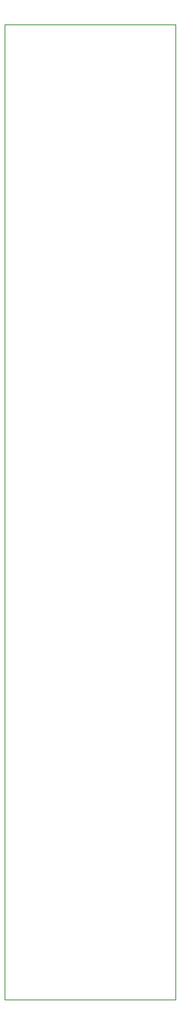
<source format=gbr>
%TF.GenerationSoftware,KiCad,Pcbnew,9.0.6*%
%TF.CreationDate,2025-12-14T16:09:08-05:00*%
%TF.ProjectId,active-vactrol-vca-board,61637469-7665-42d7-9661-6374726f6c2d,rev?*%
%TF.SameCoordinates,Original*%
%TF.FileFunction,Profile,NP*%
%FSLAX46Y46*%
G04 Gerber Fmt 4.6, Leading zero omitted, Abs format (unit mm)*
G04 Created by KiCad (PCBNEW 9.0.6) date 2025-12-14 16:09:08*
%MOMM*%
%LPD*%
G01*
G04 APERTURE LIST*
%TA.AperFunction,Profile*%
%ADD10C,0.050000*%
%TD*%
G04 APERTURE END LIST*
D10*
X100500000Y-110250000D02*
X119500000Y-110250000D01*
X119500000Y-218250000D01*
X100500000Y-218250000D01*
X100500000Y-110250000D01*
M02*

</source>
